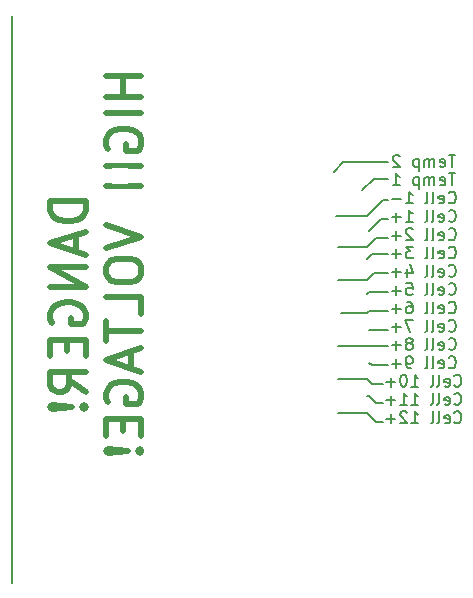
<source format=gbo>
G04 (created by PCBNEW (2013-03-15 BZR 4003)-stable) date 17/04/2013 22:03:58*
%MOIN*%
G04 Gerber Fmt 3.4, Leading zero omitted, Abs format*
%FSLAX34Y34*%
G01*
G70*
G90*
G04 APERTURE LIST*
%ADD10C,0.006*%
%ADD11C,0.019685*%
%ADD12C,0.00787402*%
%ADD13C,0.00590551*%
%ADD14C,0.06*%
%ADD15C,0.1063*%
%ADD16C,0.0591*%
%ADD17C,0.1181*%
%ADD18R,0.055X0.055*%
%ADD19C,0.055*%
%ADD20C,0.15*%
%ADD21R,0.06X0.06*%
G04 APERTURE END LIST*
G54D10*
G54D11*
X68194Y-43194D02*
X67013Y-43194D01*
X67013Y-43475D01*
X67069Y-43644D01*
X67182Y-43757D01*
X67294Y-43813D01*
X67519Y-43869D01*
X67688Y-43869D01*
X67913Y-43813D01*
X68025Y-43757D01*
X68138Y-43644D01*
X68194Y-43475D01*
X68194Y-43194D01*
X67857Y-44319D02*
X67857Y-44881D01*
X68194Y-44206D02*
X67013Y-44600D01*
X68194Y-44994D01*
X68194Y-45388D02*
X67013Y-45388D01*
X68194Y-46062D01*
X67013Y-46062D01*
X67069Y-47244D02*
X67013Y-47131D01*
X67013Y-46962D01*
X67069Y-46794D01*
X67182Y-46681D01*
X67294Y-46625D01*
X67519Y-46569D01*
X67688Y-46569D01*
X67913Y-46625D01*
X68025Y-46681D01*
X68138Y-46794D01*
X68194Y-46962D01*
X68194Y-47075D01*
X68138Y-47244D01*
X68082Y-47300D01*
X67688Y-47300D01*
X67688Y-47075D01*
X67575Y-47806D02*
X67575Y-48200D01*
X68194Y-48368D02*
X68194Y-47806D01*
X67013Y-47806D01*
X67013Y-48368D01*
X68194Y-49550D02*
X67632Y-49156D01*
X68194Y-48875D02*
X67013Y-48875D01*
X67013Y-49325D01*
X67069Y-49437D01*
X67125Y-49493D01*
X67238Y-49550D01*
X67407Y-49550D01*
X67519Y-49493D01*
X67575Y-49437D01*
X67632Y-49325D01*
X67632Y-48875D01*
X68082Y-50056D02*
X68138Y-50112D01*
X68194Y-50056D01*
X68138Y-50000D01*
X68082Y-50056D01*
X68194Y-50056D01*
X67744Y-50056D02*
X67069Y-50000D01*
X67013Y-50056D01*
X67069Y-50112D01*
X67744Y-50056D01*
X67013Y-50056D01*
X70044Y-39032D02*
X68863Y-39032D01*
X69426Y-39032D02*
X69426Y-39707D01*
X70044Y-39707D02*
X68863Y-39707D01*
X70044Y-40269D02*
X68863Y-40269D01*
X68920Y-41451D02*
X68863Y-41338D01*
X68863Y-41169D01*
X68920Y-41001D01*
X69032Y-40888D01*
X69145Y-40832D01*
X69370Y-40776D01*
X69538Y-40776D01*
X69763Y-40832D01*
X69876Y-40888D01*
X69988Y-41001D01*
X70044Y-41169D01*
X70044Y-41282D01*
X69988Y-41451D01*
X69932Y-41507D01*
X69538Y-41507D01*
X69538Y-41282D01*
X70044Y-42013D02*
X68863Y-42013D01*
X69426Y-42013D02*
X69426Y-42688D01*
X70044Y-42688D02*
X68863Y-42688D01*
X68863Y-43982D02*
X70044Y-44375D01*
X68863Y-44769D01*
X68863Y-45388D02*
X68863Y-45613D01*
X68920Y-45725D01*
X69032Y-45838D01*
X69257Y-45894D01*
X69651Y-45894D01*
X69876Y-45838D01*
X69988Y-45725D01*
X70044Y-45613D01*
X70044Y-45388D01*
X69988Y-45275D01*
X69876Y-45163D01*
X69651Y-45106D01*
X69257Y-45106D01*
X69032Y-45163D01*
X68920Y-45275D01*
X68863Y-45388D01*
X70044Y-46962D02*
X70044Y-46400D01*
X68863Y-46400D01*
X68863Y-47187D02*
X68863Y-47862D01*
X70044Y-47525D02*
X68863Y-47525D01*
X69707Y-48200D02*
X69707Y-48762D01*
X70044Y-48087D02*
X68863Y-48481D01*
X70044Y-48875D01*
X68920Y-49887D02*
X68863Y-49775D01*
X68863Y-49606D01*
X68920Y-49437D01*
X69032Y-49325D01*
X69145Y-49268D01*
X69370Y-49212D01*
X69538Y-49212D01*
X69763Y-49268D01*
X69876Y-49325D01*
X69988Y-49437D01*
X70044Y-49606D01*
X70044Y-49718D01*
X69988Y-49887D01*
X69932Y-49943D01*
X69538Y-49943D01*
X69538Y-49718D01*
X69426Y-50449D02*
X69426Y-50843D01*
X70044Y-51012D02*
X70044Y-50449D01*
X68863Y-50449D01*
X68863Y-51012D01*
X69932Y-51518D02*
X69988Y-51574D01*
X70044Y-51518D01*
X69988Y-51462D01*
X69932Y-51518D01*
X70044Y-51518D01*
X69595Y-51518D02*
X68920Y-51462D01*
X68863Y-51518D01*
X68920Y-51574D01*
X69595Y-51518D01*
X68863Y-51518D01*
G54D12*
X65748Y-37007D02*
X65748Y-55905D01*
X77874Y-50551D02*
X78110Y-50551D01*
X77559Y-50236D02*
X77874Y-50551D01*
X76614Y-50236D02*
X77559Y-50236D01*
X77637Y-49685D02*
X77559Y-49685D01*
X77874Y-49921D02*
X77637Y-49685D01*
X78110Y-49921D02*
X77874Y-49921D01*
X77716Y-49291D02*
X78110Y-49291D01*
X77559Y-49133D02*
X77716Y-49291D01*
X76614Y-49133D02*
X77559Y-49133D01*
X77716Y-48661D02*
X77637Y-48582D01*
X78267Y-48661D02*
X77716Y-48661D01*
X76614Y-48031D02*
X78267Y-48031D01*
X78267Y-47480D02*
X77637Y-47480D01*
X77637Y-46850D02*
X78267Y-46850D01*
X77559Y-46929D02*
X77637Y-46850D01*
X76692Y-46929D02*
X77559Y-46929D01*
X77637Y-46220D02*
X77559Y-46299D01*
X78267Y-46220D02*
X77637Y-46220D01*
X77795Y-45590D02*
X78267Y-45590D01*
X77559Y-45826D02*
X77795Y-45590D01*
X76614Y-45826D02*
X77559Y-45826D01*
X77716Y-44960D02*
X77559Y-45118D01*
X77874Y-44960D02*
X77716Y-44960D01*
X78267Y-44960D02*
X77874Y-44960D01*
X77874Y-44409D02*
X78267Y-44409D01*
X77559Y-44724D02*
X77874Y-44409D01*
X76614Y-44724D02*
X77559Y-44724D01*
X78031Y-43779D02*
X77637Y-44173D01*
X78267Y-43779D02*
X78031Y-43779D01*
X78110Y-43149D02*
X78267Y-43149D01*
X77559Y-43700D02*
X78110Y-43149D01*
X76535Y-43700D02*
X77559Y-43700D01*
X77795Y-42440D02*
X78267Y-42440D01*
X77401Y-42834D02*
X77795Y-42440D01*
X76771Y-41889D02*
X76456Y-42204D01*
X77086Y-41889D02*
X76771Y-41889D01*
X78267Y-41889D02*
X77086Y-41889D01*
G54D13*
X80508Y-41655D02*
X80283Y-41655D01*
X80395Y-42049D02*
X80395Y-41655D01*
X80001Y-42030D02*
X80039Y-42049D01*
X80114Y-42049D01*
X80151Y-42030D01*
X80170Y-41992D01*
X80170Y-41842D01*
X80151Y-41805D01*
X80114Y-41786D01*
X80039Y-41786D01*
X80001Y-41805D01*
X79983Y-41842D01*
X79983Y-41880D01*
X80170Y-41917D01*
X79814Y-42049D02*
X79814Y-41786D01*
X79814Y-41824D02*
X79795Y-41805D01*
X79758Y-41786D01*
X79701Y-41786D01*
X79664Y-41805D01*
X79645Y-41842D01*
X79645Y-42049D01*
X79645Y-41842D02*
X79626Y-41805D01*
X79589Y-41786D01*
X79533Y-41786D01*
X79495Y-41805D01*
X79476Y-41842D01*
X79476Y-42049D01*
X79289Y-41786D02*
X79289Y-42180D01*
X79289Y-41805D02*
X79251Y-41786D01*
X79176Y-41786D01*
X79139Y-41805D01*
X79120Y-41824D01*
X79101Y-41861D01*
X79101Y-41974D01*
X79120Y-42011D01*
X79139Y-42030D01*
X79176Y-42049D01*
X79251Y-42049D01*
X79289Y-42030D01*
X78652Y-41692D02*
X78633Y-41674D01*
X78595Y-41655D01*
X78502Y-41655D01*
X78464Y-41674D01*
X78445Y-41692D01*
X78427Y-41730D01*
X78427Y-41767D01*
X78445Y-41824D01*
X78670Y-42049D01*
X78427Y-42049D01*
X80508Y-42265D02*
X80283Y-42265D01*
X80395Y-42659D02*
X80395Y-42265D01*
X80001Y-42640D02*
X80039Y-42659D01*
X80114Y-42659D01*
X80151Y-42640D01*
X80170Y-42603D01*
X80170Y-42453D01*
X80151Y-42415D01*
X80114Y-42396D01*
X80039Y-42396D01*
X80001Y-42415D01*
X79983Y-42453D01*
X79983Y-42490D01*
X80170Y-42528D01*
X79814Y-42659D02*
X79814Y-42396D01*
X79814Y-42434D02*
X79795Y-42415D01*
X79758Y-42396D01*
X79701Y-42396D01*
X79664Y-42415D01*
X79645Y-42453D01*
X79645Y-42659D01*
X79645Y-42453D02*
X79626Y-42415D01*
X79589Y-42396D01*
X79533Y-42396D01*
X79495Y-42415D01*
X79476Y-42453D01*
X79476Y-42659D01*
X79289Y-42396D02*
X79289Y-42790D01*
X79289Y-42415D02*
X79251Y-42396D01*
X79176Y-42396D01*
X79139Y-42415D01*
X79120Y-42434D01*
X79101Y-42471D01*
X79101Y-42584D01*
X79120Y-42621D01*
X79139Y-42640D01*
X79176Y-42659D01*
X79251Y-42659D01*
X79289Y-42640D01*
X78427Y-42659D02*
X78652Y-42659D01*
X78539Y-42659D02*
X78539Y-42265D01*
X78577Y-42321D01*
X78614Y-42359D01*
X78652Y-42378D01*
X80283Y-43232D02*
X80301Y-43250D01*
X80358Y-43269D01*
X80395Y-43269D01*
X80451Y-43250D01*
X80489Y-43213D01*
X80508Y-43175D01*
X80526Y-43100D01*
X80526Y-43044D01*
X80508Y-42969D01*
X80489Y-42932D01*
X80451Y-42894D01*
X80395Y-42875D01*
X80358Y-42875D01*
X80301Y-42894D01*
X80283Y-42913D01*
X79964Y-43250D02*
X80001Y-43269D01*
X80076Y-43269D01*
X80114Y-43250D01*
X80133Y-43213D01*
X80133Y-43063D01*
X80114Y-43025D01*
X80076Y-43007D01*
X80001Y-43007D01*
X79964Y-43025D01*
X79945Y-43063D01*
X79945Y-43100D01*
X80133Y-43138D01*
X79720Y-43269D02*
X79758Y-43250D01*
X79776Y-43213D01*
X79776Y-42875D01*
X79514Y-43269D02*
X79551Y-43250D01*
X79570Y-43213D01*
X79570Y-42875D01*
X78858Y-43269D02*
X79083Y-43269D01*
X78970Y-43269D02*
X78970Y-42875D01*
X79008Y-42932D01*
X79045Y-42969D01*
X79083Y-42988D01*
X78689Y-43119D02*
X78389Y-43119D01*
X80283Y-43842D02*
X80301Y-43861D01*
X80358Y-43879D01*
X80395Y-43879D01*
X80451Y-43861D01*
X80489Y-43823D01*
X80508Y-43786D01*
X80526Y-43711D01*
X80526Y-43654D01*
X80508Y-43579D01*
X80489Y-43542D01*
X80451Y-43504D01*
X80395Y-43486D01*
X80358Y-43486D01*
X80301Y-43504D01*
X80283Y-43523D01*
X79964Y-43861D02*
X80001Y-43879D01*
X80076Y-43879D01*
X80114Y-43861D01*
X80133Y-43823D01*
X80133Y-43673D01*
X80114Y-43636D01*
X80076Y-43617D01*
X80001Y-43617D01*
X79964Y-43636D01*
X79945Y-43673D01*
X79945Y-43711D01*
X80133Y-43748D01*
X79720Y-43879D02*
X79758Y-43861D01*
X79776Y-43823D01*
X79776Y-43486D01*
X79514Y-43879D02*
X79551Y-43861D01*
X79570Y-43823D01*
X79570Y-43486D01*
X78858Y-43879D02*
X79083Y-43879D01*
X78970Y-43879D02*
X78970Y-43486D01*
X79008Y-43542D01*
X79045Y-43579D01*
X79083Y-43598D01*
X78689Y-43729D02*
X78389Y-43729D01*
X78539Y-43879D02*
X78539Y-43579D01*
X80283Y-44452D02*
X80301Y-44471D01*
X80358Y-44490D01*
X80395Y-44490D01*
X80451Y-44471D01*
X80489Y-44433D01*
X80508Y-44396D01*
X80526Y-44321D01*
X80526Y-44265D01*
X80508Y-44190D01*
X80489Y-44152D01*
X80451Y-44115D01*
X80395Y-44096D01*
X80358Y-44096D01*
X80301Y-44115D01*
X80283Y-44133D01*
X79964Y-44471D02*
X80001Y-44490D01*
X80076Y-44490D01*
X80114Y-44471D01*
X80133Y-44433D01*
X80133Y-44283D01*
X80114Y-44246D01*
X80076Y-44227D01*
X80001Y-44227D01*
X79964Y-44246D01*
X79945Y-44283D01*
X79945Y-44321D01*
X80133Y-44358D01*
X79720Y-44490D02*
X79758Y-44471D01*
X79776Y-44433D01*
X79776Y-44096D01*
X79514Y-44490D02*
X79551Y-44471D01*
X79570Y-44433D01*
X79570Y-44096D01*
X79083Y-44133D02*
X79064Y-44115D01*
X79026Y-44096D01*
X78933Y-44096D01*
X78895Y-44115D01*
X78877Y-44133D01*
X78858Y-44171D01*
X78858Y-44208D01*
X78877Y-44265D01*
X79101Y-44490D01*
X78858Y-44490D01*
X78689Y-44340D02*
X78389Y-44340D01*
X78539Y-44490D02*
X78539Y-44190D01*
X80283Y-45062D02*
X80301Y-45081D01*
X80358Y-45100D01*
X80395Y-45100D01*
X80451Y-45081D01*
X80489Y-45044D01*
X80508Y-45006D01*
X80526Y-44931D01*
X80526Y-44875D01*
X80508Y-44800D01*
X80489Y-44762D01*
X80451Y-44725D01*
X80395Y-44706D01*
X80358Y-44706D01*
X80301Y-44725D01*
X80283Y-44744D01*
X79964Y-45081D02*
X80001Y-45100D01*
X80076Y-45100D01*
X80114Y-45081D01*
X80133Y-45044D01*
X80133Y-44894D01*
X80114Y-44856D01*
X80076Y-44837D01*
X80001Y-44837D01*
X79964Y-44856D01*
X79945Y-44894D01*
X79945Y-44931D01*
X80133Y-44969D01*
X79720Y-45100D02*
X79758Y-45081D01*
X79776Y-45044D01*
X79776Y-44706D01*
X79514Y-45100D02*
X79551Y-45081D01*
X79570Y-45044D01*
X79570Y-44706D01*
X79101Y-44706D02*
X78858Y-44706D01*
X78989Y-44856D01*
X78933Y-44856D01*
X78895Y-44875D01*
X78877Y-44894D01*
X78858Y-44931D01*
X78858Y-45025D01*
X78877Y-45062D01*
X78895Y-45081D01*
X78933Y-45100D01*
X79045Y-45100D01*
X79083Y-45081D01*
X79101Y-45062D01*
X78689Y-44950D02*
X78389Y-44950D01*
X78539Y-45100D02*
X78539Y-44800D01*
X80283Y-45673D02*
X80301Y-45691D01*
X80358Y-45710D01*
X80395Y-45710D01*
X80451Y-45691D01*
X80489Y-45654D01*
X80508Y-45616D01*
X80526Y-45541D01*
X80526Y-45485D01*
X80508Y-45410D01*
X80489Y-45373D01*
X80451Y-45335D01*
X80395Y-45316D01*
X80358Y-45316D01*
X80301Y-45335D01*
X80283Y-45354D01*
X79964Y-45691D02*
X80001Y-45710D01*
X80076Y-45710D01*
X80114Y-45691D01*
X80133Y-45654D01*
X80133Y-45504D01*
X80114Y-45466D01*
X80076Y-45448D01*
X80001Y-45448D01*
X79964Y-45466D01*
X79945Y-45504D01*
X79945Y-45541D01*
X80133Y-45579D01*
X79720Y-45710D02*
X79758Y-45691D01*
X79776Y-45654D01*
X79776Y-45316D01*
X79514Y-45710D02*
X79551Y-45691D01*
X79570Y-45654D01*
X79570Y-45316D01*
X78895Y-45448D02*
X78895Y-45710D01*
X78989Y-45298D02*
X79083Y-45579D01*
X78839Y-45579D01*
X78689Y-45560D02*
X78389Y-45560D01*
X78539Y-45710D02*
X78539Y-45410D01*
X80283Y-46283D02*
X80301Y-46302D01*
X80358Y-46320D01*
X80395Y-46320D01*
X80451Y-46302D01*
X80489Y-46264D01*
X80508Y-46227D01*
X80526Y-46152D01*
X80526Y-46095D01*
X80508Y-46020D01*
X80489Y-45983D01*
X80451Y-45945D01*
X80395Y-45927D01*
X80358Y-45927D01*
X80301Y-45945D01*
X80283Y-45964D01*
X79964Y-46302D02*
X80001Y-46320D01*
X80076Y-46320D01*
X80114Y-46302D01*
X80133Y-46264D01*
X80133Y-46114D01*
X80114Y-46077D01*
X80076Y-46058D01*
X80001Y-46058D01*
X79964Y-46077D01*
X79945Y-46114D01*
X79945Y-46152D01*
X80133Y-46189D01*
X79720Y-46320D02*
X79758Y-46302D01*
X79776Y-46264D01*
X79776Y-45927D01*
X79514Y-46320D02*
X79551Y-46302D01*
X79570Y-46264D01*
X79570Y-45927D01*
X78877Y-45927D02*
X79064Y-45927D01*
X79083Y-46114D01*
X79064Y-46095D01*
X79026Y-46077D01*
X78933Y-46077D01*
X78895Y-46095D01*
X78877Y-46114D01*
X78858Y-46152D01*
X78858Y-46245D01*
X78877Y-46283D01*
X78895Y-46302D01*
X78933Y-46320D01*
X79026Y-46320D01*
X79064Y-46302D01*
X79083Y-46283D01*
X78689Y-46170D02*
X78389Y-46170D01*
X78539Y-46320D02*
X78539Y-46020D01*
X80283Y-46893D02*
X80301Y-46912D01*
X80358Y-46931D01*
X80395Y-46931D01*
X80451Y-46912D01*
X80489Y-46874D01*
X80508Y-46837D01*
X80526Y-46762D01*
X80526Y-46706D01*
X80508Y-46631D01*
X80489Y-46593D01*
X80451Y-46556D01*
X80395Y-46537D01*
X80358Y-46537D01*
X80301Y-46556D01*
X80283Y-46574D01*
X79964Y-46912D02*
X80001Y-46931D01*
X80076Y-46931D01*
X80114Y-46912D01*
X80133Y-46874D01*
X80133Y-46724D01*
X80114Y-46687D01*
X80076Y-46668D01*
X80001Y-46668D01*
X79964Y-46687D01*
X79945Y-46724D01*
X79945Y-46762D01*
X80133Y-46799D01*
X79720Y-46931D02*
X79758Y-46912D01*
X79776Y-46874D01*
X79776Y-46537D01*
X79514Y-46931D02*
X79551Y-46912D01*
X79570Y-46874D01*
X79570Y-46537D01*
X78895Y-46537D02*
X78970Y-46537D01*
X79008Y-46556D01*
X79026Y-46574D01*
X79064Y-46631D01*
X79083Y-46706D01*
X79083Y-46856D01*
X79064Y-46893D01*
X79045Y-46912D01*
X79008Y-46931D01*
X78933Y-46931D01*
X78895Y-46912D01*
X78877Y-46893D01*
X78858Y-46856D01*
X78858Y-46762D01*
X78877Y-46724D01*
X78895Y-46706D01*
X78933Y-46687D01*
X79008Y-46687D01*
X79045Y-46706D01*
X79064Y-46724D01*
X79083Y-46762D01*
X78689Y-46781D02*
X78389Y-46781D01*
X78539Y-46931D02*
X78539Y-46631D01*
X80283Y-47503D02*
X80301Y-47522D01*
X80358Y-47541D01*
X80395Y-47541D01*
X80451Y-47522D01*
X80489Y-47485D01*
X80508Y-47447D01*
X80526Y-47372D01*
X80526Y-47316D01*
X80508Y-47241D01*
X80489Y-47203D01*
X80451Y-47166D01*
X80395Y-47147D01*
X80358Y-47147D01*
X80301Y-47166D01*
X80283Y-47185D01*
X79964Y-47522D02*
X80001Y-47541D01*
X80076Y-47541D01*
X80114Y-47522D01*
X80133Y-47485D01*
X80133Y-47335D01*
X80114Y-47297D01*
X80076Y-47278D01*
X80001Y-47278D01*
X79964Y-47297D01*
X79945Y-47335D01*
X79945Y-47372D01*
X80133Y-47410D01*
X79720Y-47541D02*
X79758Y-47522D01*
X79776Y-47485D01*
X79776Y-47147D01*
X79514Y-47541D02*
X79551Y-47522D01*
X79570Y-47485D01*
X79570Y-47147D01*
X79101Y-47147D02*
X78839Y-47147D01*
X79008Y-47541D01*
X78689Y-47391D02*
X78389Y-47391D01*
X78539Y-47541D02*
X78539Y-47241D01*
X80283Y-48113D02*
X80301Y-48132D01*
X80358Y-48151D01*
X80395Y-48151D01*
X80451Y-48132D01*
X80489Y-48095D01*
X80508Y-48057D01*
X80526Y-47982D01*
X80526Y-47926D01*
X80508Y-47851D01*
X80489Y-47814D01*
X80451Y-47776D01*
X80395Y-47757D01*
X80358Y-47757D01*
X80301Y-47776D01*
X80283Y-47795D01*
X79964Y-48132D02*
X80001Y-48151D01*
X80076Y-48151D01*
X80114Y-48132D01*
X80133Y-48095D01*
X80133Y-47945D01*
X80114Y-47907D01*
X80076Y-47889D01*
X80001Y-47889D01*
X79964Y-47907D01*
X79945Y-47945D01*
X79945Y-47982D01*
X80133Y-48020D01*
X79720Y-48151D02*
X79758Y-48132D01*
X79776Y-48095D01*
X79776Y-47757D01*
X79514Y-48151D02*
X79551Y-48132D01*
X79570Y-48095D01*
X79570Y-47757D01*
X79008Y-47926D02*
X79045Y-47907D01*
X79064Y-47889D01*
X79083Y-47851D01*
X79083Y-47832D01*
X79064Y-47795D01*
X79045Y-47776D01*
X79008Y-47757D01*
X78933Y-47757D01*
X78895Y-47776D01*
X78877Y-47795D01*
X78858Y-47832D01*
X78858Y-47851D01*
X78877Y-47889D01*
X78895Y-47907D01*
X78933Y-47926D01*
X79008Y-47926D01*
X79045Y-47945D01*
X79064Y-47964D01*
X79083Y-48001D01*
X79083Y-48076D01*
X79064Y-48113D01*
X79045Y-48132D01*
X79008Y-48151D01*
X78933Y-48151D01*
X78895Y-48132D01*
X78877Y-48113D01*
X78858Y-48076D01*
X78858Y-48001D01*
X78877Y-47964D01*
X78895Y-47945D01*
X78933Y-47926D01*
X78689Y-48001D02*
X78389Y-48001D01*
X78539Y-48151D02*
X78539Y-47851D01*
X80283Y-48724D02*
X80301Y-48742D01*
X80358Y-48761D01*
X80395Y-48761D01*
X80451Y-48742D01*
X80489Y-48705D01*
X80508Y-48667D01*
X80526Y-48592D01*
X80526Y-48536D01*
X80508Y-48461D01*
X80489Y-48424D01*
X80451Y-48386D01*
X80395Y-48368D01*
X80358Y-48368D01*
X80301Y-48386D01*
X80283Y-48405D01*
X79964Y-48742D02*
X80001Y-48761D01*
X80076Y-48761D01*
X80114Y-48742D01*
X80133Y-48705D01*
X80133Y-48555D01*
X80114Y-48517D01*
X80076Y-48499D01*
X80001Y-48499D01*
X79964Y-48517D01*
X79945Y-48555D01*
X79945Y-48592D01*
X80133Y-48630D01*
X79720Y-48761D02*
X79758Y-48742D01*
X79776Y-48705D01*
X79776Y-48368D01*
X79514Y-48761D02*
X79551Y-48742D01*
X79570Y-48705D01*
X79570Y-48368D01*
X79045Y-48761D02*
X78970Y-48761D01*
X78933Y-48742D01*
X78914Y-48724D01*
X78877Y-48667D01*
X78858Y-48592D01*
X78858Y-48443D01*
X78877Y-48405D01*
X78895Y-48386D01*
X78933Y-48368D01*
X79008Y-48368D01*
X79045Y-48386D01*
X79064Y-48405D01*
X79083Y-48443D01*
X79083Y-48536D01*
X79064Y-48574D01*
X79045Y-48592D01*
X79008Y-48611D01*
X78933Y-48611D01*
X78895Y-48592D01*
X78877Y-48574D01*
X78858Y-48536D01*
X78689Y-48611D02*
X78389Y-48611D01*
X78539Y-48761D02*
X78539Y-48461D01*
X80470Y-49334D02*
X80489Y-49353D01*
X80545Y-49371D01*
X80583Y-49371D01*
X80639Y-49353D01*
X80676Y-49315D01*
X80695Y-49278D01*
X80714Y-49203D01*
X80714Y-49146D01*
X80695Y-49071D01*
X80676Y-49034D01*
X80639Y-48997D01*
X80583Y-48978D01*
X80545Y-48978D01*
X80489Y-48997D01*
X80470Y-49015D01*
X80151Y-49353D02*
X80189Y-49371D01*
X80264Y-49371D01*
X80301Y-49353D01*
X80320Y-49315D01*
X80320Y-49165D01*
X80301Y-49128D01*
X80264Y-49109D01*
X80189Y-49109D01*
X80151Y-49128D01*
X80133Y-49165D01*
X80133Y-49203D01*
X80320Y-49240D01*
X79908Y-49371D02*
X79945Y-49353D01*
X79964Y-49315D01*
X79964Y-48978D01*
X79701Y-49371D02*
X79739Y-49353D01*
X79758Y-49315D01*
X79758Y-48978D01*
X79045Y-49371D02*
X79270Y-49371D01*
X79158Y-49371D02*
X79158Y-48978D01*
X79195Y-49034D01*
X79233Y-49071D01*
X79270Y-49090D01*
X78802Y-48978D02*
X78764Y-48978D01*
X78727Y-48997D01*
X78708Y-49015D01*
X78689Y-49053D01*
X78670Y-49128D01*
X78670Y-49221D01*
X78689Y-49296D01*
X78708Y-49334D01*
X78727Y-49353D01*
X78764Y-49371D01*
X78802Y-49371D01*
X78839Y-49353D01*
X78858Y-49334D01*
X78877Y-49296D01*
X78895Y-49221D01*
X78895Y-49128D01*
X78877Y-49053D01*
X78858Y-49015D01*
X78839Y-48997D01*
X78802Y-48978D01*
X78502Y-49221D02*
X78202Y-49221D01*
X78352Y-49371D02*
X78352Y-49071D01*
X80470Y-49944D02*
X80489Y-49963D01*
X80545Y-49982D01*
X80583Y-49982D01*
X80639Y-49963D01*
X80676Y-49925D01*
X80695Y-49888D01*
X80714Y-49813D01*
X80714Y-49757D01*
X80695Y-49682D01*
X80676Y-49644D01*
X80639Y-49607D01*
X80583Y-49588D01*
X80545Y-49588D01*
X80489Y-49607D01*
X80470Y-49625D01*
X80151Y-49963D02*
X80189Y-49982D01*
X80264Y-49982D01*
X80301Y-49963D01*
X80320Y-49925D01*
X80320Y-49775D01*
X80301Y-49738D01*
X80264Y-49719D01*
X80189Y-49719D01*
X80151Y-49738D01*
X80133Y-49775D01*
X80133Y-49813D01*
X80320Y-49850D01*
X79908Y-49982D02*
X79945Y-49963D01*
X79964Y-49925D01*
X79964Y-49588D01*
X79701Y-49982D02*
X79739Y-49963D01*
X79758Y-49925D01*
X79758Y-49588D01*
X79045Y-49982D02*
X79270Y-49982D01*
X79158Y-49982D02*
X79158Y-49588D01*
X79195Y-49644D01*
X79233Y-49682D01*
X79270Y-49700D01*
X78670Y-49982D02*
X78895Y-49982D01*
X78783Y-49982D02*
X78783Y-49588D01*
X78820Y-49644D01*
X78858Y-49682D01*
X78895Y-49700D01*
X78502Y-49832D02*
X78202Y-49832D01*
X78352Y-49982D02*
X78352Y-49682D01*
X80470Y-50554D02*
X80489Y-50573D01*
X80545Y-50592D01*
X80583Y-50592D01*
X80639Y-50573D01*
X80676Y-50536D01*
X80695Y-50498D01*
X80714Y-50423D01*
X80714Y-50367D01*
X80695Y-50292D01*
X80676Y-50254D01*
X80639Y-50217D01*
X80583Y-50198D01*
X80545Y-50198D01*
X80489Y-50217D01*
X80470Y-50236D01*
X80151Y-50573D02*
X80189Y-50592D01*
X80264Y-50592D01*
X80301Y-50573D01*
X80320Y-50536D01*
X80320Y-50386D01*
X80301Y-50348D01*
X80264Y-50329D01*
X80189Y-50329D01*
X80151Y-50348D01*
X80133Y-50386D01*
X80133Y-50423D01*
X80320Y-50461D01*
X79908Y-50592D02*
X79945Y-50573D01*
X79964Y-50536D01*
X79964Y-50198D01*
X79701Y-50592D02*
X79739Y-50573D01*
X79758Y-50536D01*
X79758Y-50198D01*
X79045Y-50592D02*
X79270Y-50592D01*
X79158Y-50592D02*
X79158Y-50198D01*
X79195Y-50254D01*
X79233Y-50292D01*
X79270Y-50311D01*
X78895Y-50236D02*
X78877Y-50217D01*
X78839Y-50198D01*
X78745Y-50198D01*
X78708Y-50217D01*
X78689Y-50236D01*
X78670Y-50273D01*
X78670Y-50311D01*
X78689Y-50367D01*
X78914Y-50592D01*
X78670Y-50592D01*
X78502Y-50442D02*
X78202Y-50442D01*
X78352Y-50592D02*
X78352Y-50292D01*
%LPC*%
G54D14*
X56751Y-41818D03*
X56751Y-40818D03*
X55964Y-40818D03*
X55964Y-41818D03*
G54D15*
X54901Y-43680D03*
X54901Y-38956D03*
G54D16*
X55935Y-52315D03*
X55935Y-51315D03*
X55935Y-50515D03*
X55935Y-49515D03*
G54D17*
X54885Y-53515D03*
X54885Y-48115D03*
G54D18*
X69320Y-42352D03*
G54D19*
X74561Y-40679D03*
X71561Y-40679D03*
X71561Y-39202D03*
X74561Y-39202D03*
G54D18*
X62332Y-48297D03*
G54D19*
X62332Y-47297D03*
X62332Y-46297D03*
X62332Y-45297D03*
X62332Y-44297D03*
G54D20*
X76604Y-52981D03*
X76604Y-39793D03*
G54D14*
X76104Y-42587D03*
X76104Y-43687D03*
X76104Y-44737D03*
X76104Y-45837D03*
X76104Y-46937D03*
X76104Y-48037D03*
X76104Y-49087D03*
G54D21*
X76104Y-50187D03*
G54D14*
X77104Y-43207D03*
X77104Y-44207D03*
X77104Y-45307D03*
X77104Y-46387D03*
X77104Y-47467D03*
X77104Y-48567D03*
X77104Y-49647D03*
G54D21*
X53464Y-46826D03*
G54D14*
X53464Y-45826D03*
X53464Y-44826D03*
M02*

</source>
